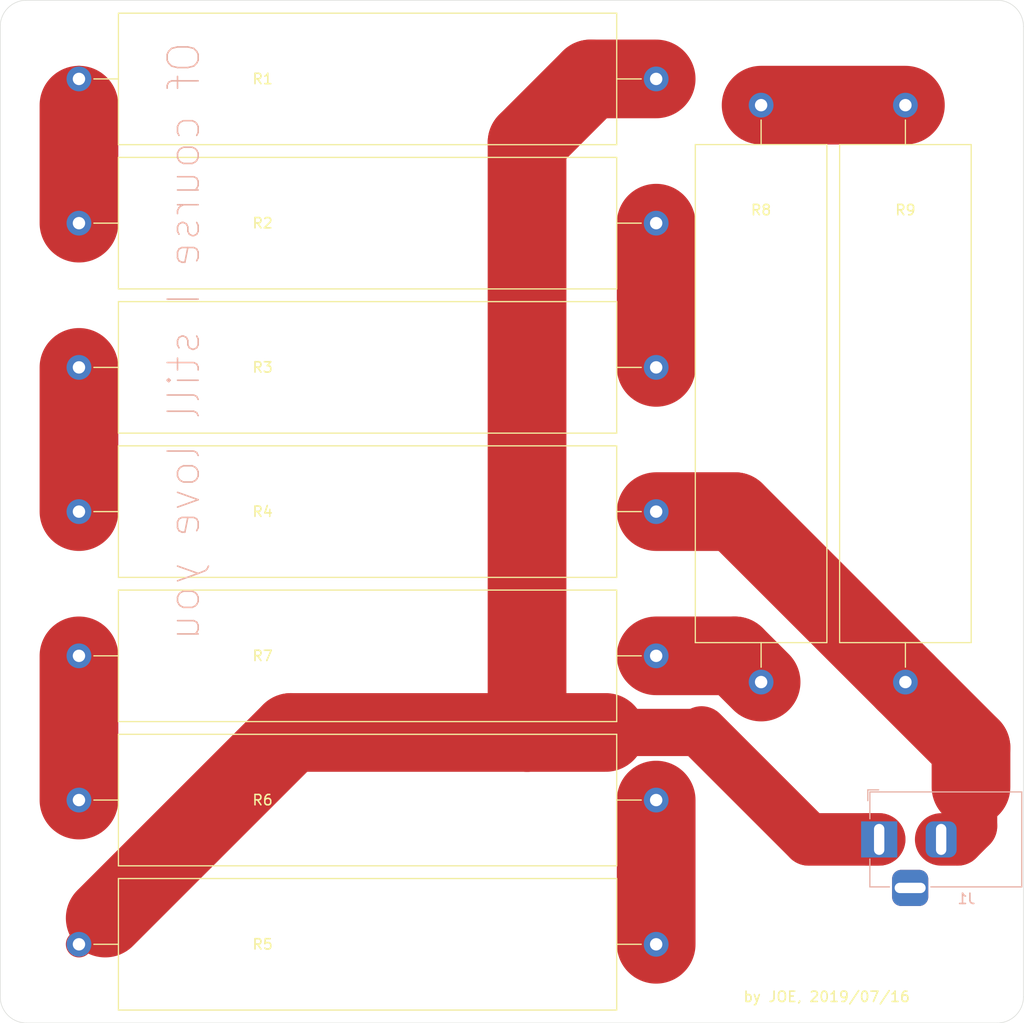
<source format=kicad_pcb>
(kicad_pcb (version 20171130) (host pcbnew "(5.1.2)-2")

  (general
    (thickness 1.6)
    (drawings 10)
    (tracks 27)
    (zones 0)
    (modules 14)
    (nets 11)
  )

  (page A4)
  (layers
    (0 F.Cu signal)
    (31 B.Cu signal)
    (32 B.Adhes user)
    (33 F.Adhes user)
    (34 B.Paste user)
    (35 F.Paste user)
    (36 B.SilkS user)
    (37 F.SilkS user)
    (38 B.Mask user)
    (39 F.Mask user)
    (40 Dwgs.User user)
    (41 Cmts.User user)
    (42 Eco1.User user)
    (43 Eco2.User user)
    (44 Edge.Cuts user)
    (45 Margin user)
    (46 B.CrtYd user)
    (47 F.CrtYd user)
    (48 B.Fab user)
    (49 F.Fab user)
  )

  (setup
    (last_trace_width 0.25)
    (user_trace_width 0.2032)
    (user_trace_width 1.27)
    (user_trace_width 2.54)
    (user_trace_width 5.08)
    (user_trace_width 7.62)
    (trace_clearance 0.2)
    (zone_clearance 0.508)
    (zone_45_only no)
    (trace_min 0.2)
    (via_size 0.8)
    (via_drill 0.4)
    (via_min_size 0.4)
    (via_min_drill 0.3)
    (user_via 1.27 0.762)
    (user_via 2.54 2.032)
    (uvia_size 0.3)
    (uvia_drill 0.1)
    (uvias_allowed no)
    (uvia_min_size 0.2)
    (uvia_min_drill 0.1)
    (edge_width 0.05)
    (segment_width 0.2)
    (pcb_text_width 0.3)
    (pcb_text_size 1.5 1.5)
    (mod_edge_width 0.12)
    (mod_text_size 1 1)
    (mod_text_width 0.15)
    (pad_size 1.524 1.524)
    (pad_drill 0.762)
    (pad_to_mask_clearance 0.051)
    (solder_mask_min_width 0.25)
    (aux_axis_origin 0 0)
    (grid_origin 77.47 -76.2)
    (visible_elements 7FFFFFFF)
    (pcbplotparams
      (layerselection 0x010fc_ffffffff)
      (usegerberextensions false)
      (usegerberattributes false)
      (usegerberadvancedattributes false)
      (creategerberjobfile false)
      (excludeedgelayer true)
      (linewidth 0.100000)
      (plotframeref false)
      (viasonmask false)
      (mode 1)
      (useauxorigin false)
      (hpglpennumber 1)
      (hpglpenspeed 20)
      (hpglpendiameter 15.000000)
      (psnegative false)
      (psa4output false)
      (plotreference true)
      (plotvalue true)
      (plotinvisibletext false)
      (padsonsilk false)
      (subtractmaskfromsilk false)
      (outputformat 1)
      (mirror false)
      (drillshape 0)
      (scaleselection 1)
      (outputdirectory "gerber/"))
  )

  (net 0 "")
  (net 1 "Net-(J1-Pad1)")
  (net 2 "Net-(J1-Pad2)")
  (net 3 "Net-(J1-Pad3)")
  (net 4 "Net-(R1-Pad1)")
  (net 5 "Net-(R2-Pad1)")
  (net 6 "Net-(R3-Pad1)")
  (net 7 "Net-(R5-Pad1)")
  (net 8 "Net-(R6-Pad1)")
  (net 9 "Net-(R7-Pad1)")
  (net 10 "Net-(R8-Pad1)")

  (net_class Default "This is the default net class."
    (clearance 0.2)
    (trace_width 0.25)
    (via_dia 0.8)
    (via_drill 0.4)
    (uvia_dia 0.3)
    (uvia_drill 0.1)
    (add_net "Net-(J1-Pad1)")
    (add_net "Net-(J1-Pad2)")
    (add_net "Net-(J1-Pad3)")
    (add_net "Net-(R1-Pad1)")
    (add_net "Net-(R2-Pad1)")
    (add_net "Net-(R3-Pad1)")
    (add_net "Net-(R5-Pad1)")
    (add_net "Net-(R6-Pad1)")
    (add_net "Net-(R7-Pad1)")
    (add_net "Net-(R8-Pad1)")
  )

  (net_class POWER ""
    (clearance 0.2)
    (trace_width 1.27)
    (via_dia 1.27)
    (via_drill 0.762)
    (uvia_dia 0.3)
    (uvia_drill 0.1)
  )

  (module MountingHole:MountingHole_3.2mm_M3 (layer F.Cu) (tedit 56D1B4CB) (tstamp 5D2D7125)
    (at 172.72 -80.01)
    (descr "Mounting Hole 3.2mm, no annular, M3")
    (tags "mounting hole 3.2mm no annular m3")
    (attr virtual)
    (fp_text reference REF** (at 0 -4.2) (layer F.SilkS) hide
      (effects (font (size 1 1) (thickness 0.15)))
    )
    (fp_text value MountingHole_3.2mm_M3 (at 0 4.2) (layer F.Fab) hide
      (effects (font (size 1 1) (thickness 0.15)))
    )
    (fp_circle (center 0 0) (end 3.45 0) (layer F.CrtYd) (width 0.05))
    (fp_circle (center 0 0) (end 3.2 0) (layer Cmts.User) (width 0.15))
    (fp_text user %R (at 0.3 0) (layer F.Fab)
      (effects (font (size 1 1) (thickness 0.15)))
    )
    (pad 1 np_thru_hole circle (at 0 0) (size 3.2 3.2) (drill 3.2) (layers *.Cu *.Mask))
  )

  (module MountingHole:MountingHole_3.2mm_M3 (layer F.Cu) (tedit 56D1B4CB) (tstamp 5D2D6F8B)
    (at 81.28 -80.01)
    (descr "Mounting Hole 3.2mm, no annular, M3")
    (tags "mounting hole 3.2mm no annular m3")
    (attr virtual)
    (fp_text reference REF** (at 0 -4.2) (layer F.SilkS) hide
      (effects (font (size 1 1) (thickness 0.15)))
    )
    (fp_text value MountingHole_3.2mm_M3 (at 0 4.2) (layer F.Fab) hide
      (effects (font (size 1 1) (thickness 0.15)))
    )
    (fp_circle (center 0 0) (end 3.45 0) (layer F.CrtYd) (width 0.05))
    (fp_circle (center 0 0) (end 3.2 0) (layer Cmts.User) (width 0.15))
    (fp_text user %R (at 0.3 0) (layer F.Fab)
      (effects (font (size 1 1) (thickness 0.15)))
    )
    (pad 1 np_thru_hole circle (at 0 0) (size 3.2 3.2) (drill 3.2) (layers *.Cu *.Mask))
  )

  (module MountingHole:MountingHole_3.2mm_M3 (layer F.Cu) (tedit 56D1B4CB) (tstamp 5D2D6F75)
    (at 172.72 -171.45)
    (descr "Mounting Hole 3.2mm, no annular, M3")
    (tags "mounting hole 3.2mm no annular m3")
    (attr virtual)
    (fp_text reference REF** (at 0 -4.2) (layer F.SilkS) hide
      (effects (font (size 1 1) (thickness 0.15)))
    )
    (fp_text value MountingHole_3.2mm_M3 (at 0 4.2) (layer F.Fab) hide
      (effects (font (size 1 1) (thickness 0.15)))
    )
    (fp_circle (center 0 0) (end 3.45 0) (layer F.CrtYd) (width 0.05))
    (fp_circle (center 0 0) (end 3.2 0) (layer Cmts.User) (width 0.15))
    (fp_text user %R (at 0.3 0) (layer F.Fab)
      (effects (font (size 1 1) (thickness 0.15)))
    )
    (pad 1 np_thru_hole circle (at 0 0) (size 3.2 3.2) (drill 3.2) (layers *.Cu *.Mask))
  )

  (module MountingHole:MountingHole_3.2mm_M3 (layer F.Cu) (tedit 56D1B4CB) (tstamp 5D2D6DCD)
    (at 81.28 -171.45)
    (descr "Mounting Hole 3.2mm, no annular, M3")
    (tags "mounting hole 3.2mm no annular m3")
    (attr virtual)
    (fp_text reference REF** (at 0 -4.2) (layer F.SilkS) hide
      (effects (font (size 1 1) (thickness 0.15)))
    )
    (fp_text value MountingHole_3.2mm_M3 (at 0 4.2) (layer F.Fab) hide
      (effects (font (size 1 1) (thickness 0.15)))
    )
    (fp_circle (center 0 0) (end 3.45 0) (layer F.CrtYd) (width 0.05))
    (fp_circle (center 0 0) (end 3.2 0) (layer Cmts.User) (width 0.15))
    (fp_text user %R (at 0.3 0) (layer F.Fab)
      (effects (font (size 1 1) (thickness 0.15)))
    )
    (pad 1 np_thru_hole circle (at 0 0) (size 3.2 3.2) (drill 3.2) (layers *.Cu *.Mask))
  )

  (module Connector_BarrelJack:BarrelJack_Horizontal (layer B.Cu) (tedit 5A1DBF6A) (tstamp 5D2D60AC)
    (at 162.56 -93.98 180)
    (descr "DC Barrel Jack")
    (tags "Power Jack")
    (path /5D2D5159)
    (fp_text reference J1 (at -8.45 -5.75) (layer B.SilkS)
      (effects (font (size 1 1) (thickness 0.15)) (justify mirror))
    )
    (fp_text value Barrel_Jack_Switch (at -6.2 5.5) (layer B.Fab)
      (effects (font (size 1 1) (thickness 0.15)) (justify mirror))
    )
    (fp_text user %R (at -3 2.95) (layer B.Fab)
      (effects (font (size 1 1) (thickness 0.15)) (justify mirror))
    )
    (fp_line (start -0.003213 4.505425) (end 0.8 3.75) (layer B.Fab) (width 0.1))
    (fp_line (start 1.1 3.75) (end 1.1 4.8) (layer B.SilkS) (width 0.12))
    (fp_line (start 0.05 4.8) (end 1.1 4.8) (layer B.SilkS) (width 0.12))
    (fp_line (start 1 4.5) (end 1 4.75) (layer B.CrtYd) (width 0.05))
    (fp_line (start 1 4.75) (end -14 4.75) (layer B.CrtYd) (width 0.05))
    (fp_line (start 1 4.5) (end 1 2) (layer B.CrtYd) (width 0.05))
    (fp_line (start 1 2) (end 2 2) (layer B.CrtYd) (width 0.05))
    (fp_line (start 2 2) (end 2 -2) (layer B.CrtYd) (width 0.05))
    (fp_line (start 2 -2) (end 1 -2) (layer B.CrtYd) (width 0.05))
    (fp_line (start 1 -2) (end 1 -4.75) (layer B.CrtYd) (width 0.05))
    (fp_line (start 1 -4.75) (end -1 -4.75) (layer B.CrtYd) (width 0.05))
    (fp_line (start -1 -4.75) (end -1 -6.75) (layer B.CrtYd) (width 0.05))
    (fp_line (start -1 -6.75) (end -5 -6.75) (layer B.CrtYd) (width 0.05))
    (fp_line (start -5 -6.75) (end -5 -4.75) (layer B.CrtYd) (width 0.05))
    (fp_line (start -5 -4.75) (end -14 -4.75) (layer B.CrtYd) (width 0.05))
    (fp_line (start -14 -4.75) (end -14 4.75) (layer B.CrtYd) (width 0.05))
    (fp_line (start -5 -4.6) (end -13.8 -4.6) (layer B.SilkS) (width 0.12))
    (fp_line (start -13.8 -4.6) (end -13.8 4.6) (layer B.SilkS) (width 0.12))
    (fp_line (start 0.9 -1.9) (end 0.9 -4.6) (layer B.SilkS) (width 0.12))
    (fp_line (start 0.9 -4.6) (end -1 -4.6) (layer B.SilkS) (width 0.12))
    (fp_line (start -13.8 4.6) (end 0.9 4.6) (layer B.SilkS) (width 0.12))
    (fp_line (start 0.9 4.6) (end 0.9 2) (layer B.SilkS) (width 0.12))
    (fp_line (start -10.2 4.5) (end -10.2 -4.5) (layer B.Fab) (width 0.1))
    (fp_line (start -13.7 4.5) (end -13.7 -4.5) (layer B.Fab) (width 0.1))
    (fp_line (start -13.7 -4.5) (end 0.8 -4.5) (layer B.Fab) (width 0.1))
    (fp_line (start 0.8 -4.5) (end 0.8 3.75) (layer B.Fab) (width 0.1))
    (fp_line (start 0 4.5) (end -13.7 4.5) (layer B.Fab) (width 0.1))
    (pad 1 thru_hole rect (at 0 0 180) (size 3.5 3.5) (drill oval 1 3) (layers *.Cu *.Mask)
      (net 1 "Net-(J1-Pad1)"))
    (pad 2 thru_hole roundrect (at -6 0 180) (size 3 3.5) (drill oval 1 3) (layers *.Cu *.Mask) (roundrect_rratio 0.25)
      (net 2 "Net-(J1-Pad2)"))
    (pad 3 thru_hole roundrect (at -3 -4.7 180) (size 3.5 3.5) (drill oval 3 1) (layers *.Cu *.Mask) (roundrect_rratio 0.25)
      (net 3 "Net-(J1-Pad3)"))
    (model ${KISYS3DMOD}/Connector_BarrelJack.3dshapes/BarrelJack_Horizontal.wrl
      (at (xyz 0 0 0))
      (scale (xyz 1 1 1))
      (rotate (xyz 0 0 0))
    )
  )

  (module Resistor_THT:R_Axial_Power_L48.0mm_W12.5mm_P55.88mm (layer F.Cu) (tedit 5AE5139B) (tstamp 5D2D60C3)
    (at 85.09 -167.64)
    (descr "Resistor, Axial_Power series, Box, pin pitch=55.88mm, 15W, length*width*height=48*12.5*12.5mm^3, http://cdn-reichelt.de/documents/datenblatt/B400/5WAXIAL_9WAXIAL_11WAXIAL_17WAXIAL%23YAG.pdf")
    (tags "Resistor Axial_Power series Box pin pitch 55.88mm 15W length 48mm width 12.5mm height 12.5mm")
    (path /5D2D6F48)
    (fp_text reference R1 (at 17.78 0) (layer F.SilkS)
      (effects (font (size 1 1) (thickness 0.15)))
    )
    (fp_text value 3R (at 20.32 0) (layer F.Fab)
      (effects (font (size 1 1) (thickness 0.15)))
    )
    (fp_line (start 3.94 -6.25) (end 3.94 6.25) (layer F.Fab) (width 0.1))
    (fp_line (start 3.94 6.25) (end 51.94 6.25) (layer F.Fab) (width 0.1))
    (fp_line (start 51.94 6.25) (end 51.94 -6.25) (layer F.Fab) (width 0.1))
    (fp_line (start 51.94 -6.25) (end 3.94 -6.25) (layer F.Fab) (width 0.1))
    (fp_line (start 0 0) (end 3.94 0) (layer F.Fab) (width 0.1))
    (fp_line (start 55.88 0) (end 51.94 0) (layer F.Fab) (width 0.1))
    (fp_line (start 3.82 -6.37) (end 3.82 6.37) (layer F.SilkS) (width 0.12))
    (fp_line (start 3.82 6.37) (end 52.06 6.37) (layer F.SilkS) (width 0.12))
    (fp_line (start 52.06 6.37) (end 52.06 -6.37) (layer F.SilkS) (width 0.12))
    (fp_line (start 52.06 -6.37) (end 3.82 -6.37) (layer F.SilkS) (width 0.12))
    (fp_line (start 1.44 0) (end 3.82 0) (layer F.SilkS) (width 0.12))
    (fp_line (start 54.44 0) (end 52.06 0) (layer F.SilkS) (width 0.12))
    (fp_line (start -1.45 -6.5) (end -1.45 6.5) (layer F.CrtYd) (width 0.05))
    (fp_line (start -1.45 6.5) (end 57.33 6.5) (layer F.CrtYd) (width 0.05))
    (fp_line (start 57.33 6.5) (end 57.33 -6.5) (layer F.CrtYd) (width 0.05))
    (fp_line (start 57.33 -6.5) (end -1.45 -6.5) (layer F.CrtYd) (width 0.05))
    (fp_text user %R (at 27.94 0) (layer F.Fab)
      (effects (font (size 1 1) (thickness 0.15)))
    )
    (pad 1 thru_hole circle (at 0 0) (size 2.4 2.4) (drill 1.2) (layers *.Cu *.Mask)
      (net 4 "Net-(R1-Pad1)"))
    (pad 2 thru_hole oval (at 55.88 0) (size 2.4 2.4) (drill 1.2) (layers *.Cu *.Mask)
      (net 1 "Net-(J1-Pad1)"))
    (model ${KISYS3DMOD}/Resistor_THT.3dshapes/R_Axial_Power_L48.0mm_W12.5mm_P55.88mm.wrl
      (at (xyz 0 0 0))
      (scale (xyz 1 1 1))
      (rotate (xyz 0 0 0))
    )
  )

  (module Resistor_THT:R_Axial_Power_L48.0mm_W12.5mm_P55.88mm (layer F.Cu) (tedit 5AE5139B) (tstamp 5D2D60DA)
    (at 140.97 -153.67 180)
    (descr "Resistor, Axial_Power series, Box, pin pitch=55.88mm, 15W, length*width*height=48*12.5*12.5mm^3, http://cdn-reichelt.de/documents/datenblatt/B400/5WAXIAL_9WAXIAL_11WAXIAL_17WAXIAL%23YAG.pdf")
    (tags "Resistor Axial_Power series Box pin pitch 55.88mm 15W length 48mm width 12.5mm height 12.5mm")
    (path /5D2D7F37)
    (fp_text reference R2 (at 38.1 0) (layer F.SilkS)
      (effects (font (size 1 1) (thickness 0.15)))
    )
    (fp_text value 3R (at 35.56 0) (layer F.Fab)
      (effects (font (size 1 1) (thickness 0.15)))
    )
    (fp_text user %R (at 27.94 0) (layer F.Fab)
      (effects (font (size 1 1) (thickness 0.15)))
    )
    (fp_line (start 57.33 -6.5) (end -1.45 -6.5) (layer F.CrtYd) (width 0.05))
    (fp_line (start 57.33 6.5) (end 57.33 -6.5) (layer F.CrtYd) (width 0.05))
    (fp_line (start -1.45 6.5) (end 57.33 6.5) (layer F.CrtYd) (width 0.05))
    (fp_line (start -1.45 -6.5) (end -1.45 6.5) (layer F.CrtYd) (width 0.05))
    (fp_line (start 54.44 0) (end 52.06 0) (layer F.SilkS) (width 0.12))
    (fp_line (start 1.44 0) (end 3.82 0) (layer F.SilkS) (width 0.12))
    (fp_line (start 52.06 -6.37) (end 3.82 -6.37) (layer F.SilkS) (width 0.12))
    (fp_line (start 52.06 6.37) (end 52.06 -6.37) (layer F.SilkS) (width 0.12))
    (fp_line (start 3.82 6.37) (end 52.06 6.37) (layer F.SilkS) (width 0.12))
    (fp_line (start 3.82 -6.37) (end 3.82 6.37) (layer F.SilkS) (width 0.12))
    (fp_line (start 55.88 0) (end 51.94 0) (layer F.Fab) (width 0.1))
    (fp_line (start 0 0) (end 3.94 0) (layer F.Fab) (width 0.1))
    (fp_line (start 51.94 -6.25) (end 3.94 -6.25) (layer F.Fab) (width 0.1))
    (fp_line (start 51.94 6.25) (end 51.94 -6.25) (layer F.Fab) (width 0.1))
    (fp_line (start 3.94 6.25) (end 51.94 6.25) (layer F.Fab) (width 0.1))
    (fp_line (start 3.94 -6.25) (end 3.94 6.25) (layer F.Fab) (width 0.1))
    (pad 2 thru_hole oval (at 55.88 0 180) (size 2.4 2.4) (drill 1.2) (layers *.Cu *.Mask)
      (net 4 "Net-(R1-Pad1)"))
    (pad 1 thru_hole circle (at 0 0 180) (size 2.4 2.4) (drill 1.2) (layers *.Cu *.Mask)
      (net 5 "Net-(R2-Pad1)"))
    (model ${KISYS3DMOD}/Resistor_THT.3dshapes/R_Axial_Power_L48.0mm_W12.5mm_P55.88mm.wrl
      (at (xyz 0 0 0))
      (scale (xyz 1 1 1))
      (rotate (xyz 0 0 0))
    )
  )

  (module Resistor_THT:R_Axial_Power_L48.0mm_W12.5mm_P55.88mm (layer F.Cu) (tedit 5AE5139B) (tstamp 5D2D72FE)
    (at 85.09 -139.7)
    (descr "Resistor, Axial_Power series, Box, pin pitch=55.88mm, 15W, length*width*height=48*12.5*12.5mm^3, http://cdn-reichelt.de/documents/datenblatt/B400/5WAXIAL_9WAXIAL_11WAXIAL_17WAXIAL%23YAG.pdf")
    (tags "Resistor Axial_Power series Box pin pitch 55.88mm 15W length 48mm width 12.5mm height 12.5mm")
    (path /5D2D82CA)
    (fp_text reference R3 (at 17.78 0) (layer F.SilkS)
      (effects (font (size 1 1) (thickness 0.15)))
    )
    (fp_text value 3R (at 20.32 0) (layer F.Fab)
      (effects (font (size 1 1) (thickness 0.15)))
    )
    (fp_line (start 3.94 -6.25) (end 3.94 6.25) (layer F.Fab) (width 0.1))
    (fp_line (start 3.94 6.25) (end 51.94 6.25) (layer F.Fab) (width 0.1))
    (fp_line (start 51.94 6.25) (end 51.94 -6.25) (layer F.Fab) (width 0.1))
    (fp_line (start 51.94 -6.25) (end 3.94 -6.25) (layer F.Fab) (width 0.1))
    (fp_line (start 0 0) (end 3.94 0) (layer F.Fab) (width 0.1))
    (fp_line (start 55.88 0) (end 51.94 0) (layer F.Fab) (width 0.1))
    (fp_line (start 3.82 -6.37) (end 3.82 6.37) (layer F.SilkS) (width 0.12))
    (fp_line (start 3.82 6.37) (end 52.06 6.37) (layer F.SilkS) (width 0.12))
    (fp_line (start 52.06 6.37) (end 52.06 -6.37) (layer F.SilkS) (width 0.12))
    (fp_line (start 52.06 -6.37) (end 3.82 -6.37) (layer F.SilkS) (width 0.12))
    (fp_line (start 1.44 0) (end 3.82 0) (layer F.SilkS) (width 0.12))
    (fp_line (start 54.44 0) (end 52.06 0) (layer F.SilkS) (width 0.12))
    (fp_line (start -1.45 -6.5) (end -1.45 6.5) (layer F.CrtYd) (width 0.05))
    (fp_line (start -1.45 6.5) (end 57.33 6.5) (layer F.CrtYd) (width 0.05))
    (fp_line (start 57.33 6.5) (end 57.33 -6.5) (layer F.CrtYd) (width 0.05))
    (fp_line (start 57.33 -6.5) (end -1.45 -6.5) (layer F.CrtYd) (width 0.05))
    (fp_text user %R (at 27.94 0) (layer F.Fab)
      (effects (font (size 1 1) (thickness 0.15)))
    )
    (pad 1 thru_hole circle (at 0 0) (size 2.4 2.4) (drill 1.2) (layers *.Cu *.Mask)
      (net 6 "Net-(R3-Pad1)"))
    (pad 2 thru_hole oval (at 55.88 0) (size 2.4 2.4) (drill 1.2) (layers *.Cu *.Mask)
      (net 5 "Net-(R2-Pad1)"))
    (model ${KISYS3DMOD}/Resistor_THT.3dshapes/R_Axial_Power_L48.0mm_W12.5mm_P55.88mm.wrl
      (at (xyz 0 0 0))
      (scale (xyz 1 1 1))
      (rotate (xyz 0 0 0))
    )
  )

  (module Resistor_THT:R_Axial_Power_L48.0mm_W12.5mm_P55.88mm (layer F.Cu) (tedit 5AE5139B) (tstamp 5D2D6108)
    (at 140.97 -125.73 180)
    (descr "Resistor, Axial_Power series, Box, pin pitch=55.88mm, 15W, length*width*height=48*12.5*12.5mm^3, http://cdn-reichelt.de/documents/datenblatt/B400/5WAXIAL_9WAXIAL_11WAXIAL_17WAXIAL%23YAG.pdf")
    (tags "Resistor Axial_Power series Box pin pitch 55.88mm 15W length 48mm width 12.5mm height 12.5mm")
    (path /5D2D8573)
    (fp_text reference R4 (at 38.1 0) (layer F.SilkS)
      (effects (font (size 1 1) (thickness 0.15)))
    )
    (fp_text value 3R (at 35.56 0) (layer F.Fab)
      (effects (font (size 1 1) (thickness 0.15)))
    )
    (fp_text user %R (at 27.94 0) (layer F.Fab)
      (effects (font (size 1 1) (thickness 0.15)))
    )
    (fp_line (start 57.33 -6.5) (end -1.45 -6.5) (layer F.CrtYd) (width 0.05))
    (fp_line (start 57.33 6.5) (end 57.33 -6.5) (layer F.CrtYd) (width 0.05))
    (fp_line (start -1.45 6.5) (end 57.33 6.5) (layer F.CrtYd) (width 0.05))
    (fp_line (start -1.45 -6.5) (end -1.45 6.5) (layer F.CrtYd) (width 0.05))
    (fp_line (start 54.44 0) (end 52.06 0) (layer F.SilkS) (width 0.12))
    (fp_line (start 1.44 0) (end 3.82 0) (layer F.SilkS) (width 0.12))
    (fp_line (start 52.06 -6.37) (end 3.82 -6.37) (layer F.SilkS) (width 0.12))
    (fp_line (start 52.06 6.37) (end 52.06 -6.37) (layer F.SilkS) (width 0.12))
    (fp_line (start 3.82 6.37) (end 52.06 6.37) (layer F.SilkS) (width 0.12))
    (fp_line (start 3.82 -6.37) (end 3.82 6.37) (layer F.SilkS) (width 0.12))
    (fp_line (start 55.88 0) (end 51.94 0) (layer F.Fab) (width 0.1))
    (fp_line (start 0 0) (end 3.94 0) (layer F.Fab) (width 0.1))
    (fp_line (start 51.94 -6.25) (end 3.94 -6.25) (layer F.Fab) (width 0.1))
    (fp_line (start 51.94 6.25) (end 51.94 -6.25) (layer F.Fab) (width 0.1))
    (fp_line (start 3.94 6.25) (end 51.94 6.25) (layer F.Fab) (width 0.1))
    (fp_line (start 3.94 -6.25) (end 3.94 6.25) (layer F.Fab) (width 0.1))
    (pad 2 thru_hole oval (at 55.88 0 180) (size 2.4 2.4) (drill 1.2) (layers *.Cu *.Mask)
      (net 6 "Net-(R3-Pad1)"))
    (pad 1 thru_hole circle (at 0 0 180) (size 2.4 2.4) (drill 1.2) (layers *.Cu *.Mask)
      (net 2 "Net-(J1-Pad2)"))
    (model ${KISYS3DMOD}/Resistor_THT.3dshapes/R_Axial_Power_L48.0mm_W12.5mm_P55.88mm.wrl
      (at (xyz 0 0 0))
      (scale (xyz 1 1 1))
      (rotate (xyz 0 0 0))
    )
  )

  (module Resistor_THT:R_Axial_Power_L48.0mm_W12.5mm_P55.88mm (layer F.Cu) (tedit 5AE5139B) (tstamp 5D2D611F)
    (at 140.97 -83.82 180)
    (descr "Resistor, Axial_Power series, Box, pin pitch=55.88mm, 15W, length*width*height=48*12.5*12.5mm^3, http://cdn-reichelt.de/documents/datenblatt/B400/5WAXIAL_9WAXIAL_11WAXIAL_17WAXIAL%23YAG.pdf")
    (tags "Resistor Axial_Power series Box pin pitch 55.88mm 15W length 48mm width 12.5mm height 12.5mm")
    (path /5D2D8780)
    (fp_text reference R5 (at 38.1 0) (layer F.SilkS)
      (effects (font (size 1 1) (thickness 0.15)))
    )
    (fp_text value 2R2 (at 35.56 0) (layer F.Fab)
      (effects (font (size 1 1) (thickness 0.15)))
    )
    (fp_line (start 3.94 -6.25) (end 3.94 6.25) (layer F.Fab) (width 0.1))
    (fp_line (start 3.94 6.25) (end 51.94 6.25) (layer F.Fab) (width 0.1))
    (fp_line (start 51.94 6.25) (end 51.94 -6.25) (layer F.Fab) (width 0.1))
    (fp_line (start 51.94 -6.25) (end 3.94 -6.25) (layer F.Fab) (width 0.1))
    (fp_line (start 0 0) (end 3.94 0) (layer F.Fab) (width 0.1))
    (fp_line (start 55.88 0) (end 51.94 0) (layer F.Fab) (width 0.1))
    (fp_line (start 3.82 -6.37) (end 3.82 6.37) (layer F.SilkS) (width 0.12))
    (fp_line (start 3.82 6.37) (end 52.06 6.37) (layer F.SilkS) (width 0.12))
    (fp_line (start 52.06 6.37) (end 52.06 -6.37) (layer F.SilkS) (width 0.12))
    (fp_line (start 52.06 -6.37) (end 3.82 -6.37) (layer F.SilkS) (width 0.12))
    (fp_line (start 1.44 0) (end 3.82 0) (layer F.SilkS) (width 0.12))
    (fp_line (start 54.44 0) (end 52.06 0) (layer F.SilkS) (width 0.12))
    (fp_line (start -1.45 -6.5) (end -1.45 6.5) (layer F.CrtYd) (width 0.05))
    (fp_line (start -1.45 6.5) (end 57.33 6.5) (layer F.CrtYd) (width 0.05))
    (fp_line (start 57.33 6.5) (end 57.33 -6.5) (layer F.CrtYd) (width 0.05))
    (fp_line (start 57.33 -6.5) (end -1.45 -6.5) (layer F.CrtYd) (width 0.05))
    (fp_text user %R (at 27.94 0) (layer F.Fab)
      (effects (font (size 1 1) (thickness 0.15)))
    )
    (pad 1 thru_hole circle (at 0 0 180) (size 2.4 2.4) (drill 1.2) (layers *.Cu *.Mask)
      (net 7 "Net-(R5-Pad1)"))
    (pad 2 thru_hole oval (at 55.88 0 180) (size 2.4 2.4) (drill 1.2) (layers *.Cu *.Mask)
      (net 1 "Net-(J1-Pad1)"))
    (model ${KISYS3DMOD}/Resistor_THT.3dshapes/R_Axial_Power_L48.0mm_W12.5mm_P55.88mm.wrl
      (at (xyz 0 0 0))
      (scale (xyz 1 1 1))
      (rotate (xyz 0 0 0))
    )
  )

  (module Resistor_THT:R_Axial_Power_L48.0mm_W12.5mm_P55.88mm (layer F.Cu) (tedit 5AE5139B) (tstamp 5D2D6136)
    (at 85.09 -97.79)
    (descr "Resistor, Axial_Power series, Box, pin pitch=55.88mm, 15W, length*width*height=48*12.5*12.5mm^3, http://cdn-reichelt.de/documents/datenblatt/B400/5WAXIAL_9WAXIAL_11WAXIAL_17WAXIAL%23YAG.pdf")
    (tags "Resistor Axial_Power series Box pin pitch 55.88mm 15W length 48mm width 12.5mm height 12.5mm")
    (path /5D2D898F)
    (fp_text reference R6 (at 17.78 0) (layer F.SilkS)
      (effects (font (size 1 1) (thickness 0.15)))
    )
    (fp_text value 2R2 (at 20.32 0) (layer F.Fab)
      (effects (font (size 1 1) (thickness 0.15)))
    )
    (fp_text user %R (at 27.94 0) (layer F.Fab)
      (effects (font (size 1 1) (thickness 0.15)))
    )
    (fp_line (start 57.33 -6.5) (end -1.45 -6.5) (layer F.CrtYd) (width 0.05))
    (fp_line (start 57.33 6.5) (end 57.33 -6.5) (layer F.CrtYd) (width 0.05))
    (fp_line (start -1.45 6.5) (end 57.33 6.5) (layer F.CrtYd) (width 0.05))
    (fp_line (start -1.45 -6.5) (end -1.45 6.5) (layer F.CrtYd) (width 0.05))
    (fp_line (start 54.44 0) (end 52.06 0) (layer F.SilkS) (width 0.12))
    (fp_line (start 1.44 0) (end 3.82 0) (layer F.SilkS) (width 0.12))
    (fp_line (start 52.06 -6.37) (end 3.82 -6.37) (layer F.SilkS) (width 0.12))
    (fp_line (start 52.06 6.37) (end 52.06 -6.37) (layer F.SilkS) (width 0.12))
    (fp_line (start 3.82 6.37) (end 52.06 6.37) (layer F.SilkS) (width 0.12))
    (fp_line (start 3.82 -6.37) (end 3.82 6.37) (layer F.SilkS) (width 0.12))
    (fp_line (start 55.88 0) (end 51.94 0) (layer F.Fab) (width 0.1))
    (fp_line (start 0 0) (end 3.94 0) (layer F.Fab) (width 0.1))
    (fp_line (start 51.94 -6.25) (end 3.94 -6.25) (layer F.Fab) (width 0.1))
    (fp_line (start 51.94 6.25) (end 51.94 -6.25) (layer F.Fab) (width 0.1))
    (fp_line (start 3.94 6.25) (end 51.94 6.25) (layer F.Fab) (width 0.1))
    (fp_line (start 3.94 -6.25) (end 3.94 6.25) (layer F.Fab) (width 0.1))
    (pad 2 thru_hole oval (at 55.88 0) (size 2.4 2.4) (drill 1.2) (layers *.Cu *.Mask)
      (net 7 "Net-(R5-Pad1)"))
    (pad 1 thru_hole circle (at 0 0) (size 2.4 2.4) (drill 1.2) (layers *.Cu *.Mask)
      (net 8 "Net-(R6-Pad1)"))
    (model ${KISYS3DMOD}/Resistor_THT.3dshapes/R_Axial_Power_L48.0mm_W12.5mm_P55.88mm.wrl
      (at (xyz 0 0 0))
      (scale (xyz 1 1 1))
      (rotate (xyz 0 0 0))
    )
  )

  (module Resistor_THT:R_Axial_Power_L48.0mm_W12.5mm_P55.88mm (layer F.Cu) (tedit 5AE5139B) (tstamp 5D2D6904)
    (at 140.97 -111.76 180)
    (descr "Resistor, Axial_Power series, Box, pin pitch=55.88mm, 15W, length*width*height=48*12.5*12.5mm^3, http://cdn-reichelt.de/documents/datenblatt/B400/5WAXIAL_9WAXIAL_11WAXIAL_17WAXIAL%23YAG.pdf")
    (tags "Resistor Axial_Power series Box pin pitch 55.88mm 15W length 48mm width 12.5mm height 12.5mm")
    (path /5D2D8DDE)
    (fp_text reference R7 (at 38.1 0) (layer F.SilkS)
      (effects (font (size 1 1) (thickness 0.15)))
    )
    (fp_text value 2R2 (at 35.56 0) (layer F.Fab)
      (effects (font (size 1 1) (thickness 0.15)))
    )
    (fp_line (start 3.94 -6.25) (end 3.94 6.25) (layer F.Fab) (width 0.1))
    (fp_line (start 3.94 6.25) (end 51.94 6.25) (layer F.Fab) (width 0.1))
    (fp_line (start 51.94 6.25) (end 51.94 -6.25) (layer F.Fab) (width 0.1))
    (fp_line (start 51.94 -6.25) (end 3.94 -6.25) (layer F.Fab) (width 0.1))
    (fp_line (start 0 0) (end 3.94 0) (layer F.Fab) (width 0.1))
    (fp_line (start 55.88 0) (end 51.94 0) (layer F.Fab) (width 0.1))
    (fp_line (start 3.82 -6.37) (end 3.82 6.37) (layer F.SilkS) (width 0.12))
    (fp_line (start 3.82 6.37) (end 52.06 6.37) (layer F.SilkS) (width 0.12))
    (fp_line (start 52.06 6.37) (end 52.06 -6.37) (layer F.SilkS) (width 0.12))
    (fp_line (start 52.06 -6.37) (end 3.82 -6.37) (layer F.SilkS) (width 0.12))
    (fp_line (start 1.44 0) (end 3.82 0) (layer F.SilkS) (width 0.12))
    (fp_line (start 54.44 0) (end 52.06 0) (layer F.SilkS) (width 0.12))
    (fp_line (start -1.45 -6.5) (end -1.45 6.5) (layer F.CrtYd) (width 0.05))
    (fp_line (start -1.45 6.5) (end 57.33 6.5) (layer F.CrtYd) (width 0.05))
    (fp_line (start 57.33 6.5) (end 57.33 -6.5) (layer F.CrtYd) (width 0.05))
    (fp_line (start 57.33 -6.5) (end -1.45 -6.5) (layer F.CrtYd) (width 0.05))
    (fp_text user %R (at 27.94 0) (layer F.Fab)
      (effects (font (size 1 1) (thickness 0.15)))
    )
    (pad 1 thru_hole circle (at 0 0 180) (size 2.4 2.4) (drill 1.2) (layers *.Cu *.Mask)
      (net 9 "Net-(R7-Pad1)"))
    (pad 2 thru_hole oval (at 55.88 0 180) (size 2.4 2.4) (drill 1.2) (layers *.Cu *.Mask)
      (net 8 "Net-(R6-Pad1)"))
    (model ${KISYS3DMOD}/Resistor_THT.3dshapes/R_Axial_Power_L48.0mm_W12.5mm_P55.88mm.wrl
      (at (xyz 0 0 0))
      (scale (xyz 1 1 1))
      (rotate (xyz 0 0 0))
    )
  )

  (module Resistor_THT:R_Axial_Power_L48.0mm_W12.5mm_P55.88mm (layer F.Cu) (tedit 5AE5139B) (tstamp 5D2D7561)
    (at 151.13 -165.1 270)
    (descr "Resistor, Axial_Power series, Box, pin pitch=55.88mm, 15W, length*width*height=48*12.5*12.5mm^3, http://cdn-reichelt.de/documents/datenblatt/B400/5WAXIAL_9WAXIAL_11WAXIAL_17WAXIAL%23YAG.pdf")
    (tags "Resistor Axial_Power series Box pin pitch 55.88mm 15W length 48mm width 12.5mm height 12.5mm")
    (path /5D2D905D)
    (fp_text reference R8 (at 10.16 0 180) (layer F.SilkS)
      (effects (font (size 1 1) (thickness 0.15)))
    )
    (fp_text value 2R7 (at 12.7 0 180) (layer F.Fab)
      (effects (font (size 1 1) (thickness 0.15)))
    )
    (fp_text user %R (at 19.05 0 180) (layer F.Fab)
      (effects (font (size 1 1) (thickness 0.15)))
    )
    (fp_line (start 57.33 -6.5) (end -1.45 -6.5) (layer F.CrtYd) (width 0.05))
    (fp_line (start 57.33 6.5) (end 57.33 -6.5) (layer F.CrtYd) (width 0.05))
    (fp_line (start -1.45 6.5) (end 57.33 6.5) (layer F.CrtYd) (width 0.05))
    (fp_line (start -1.45 -6.5) (end -1.45 6.5) (layer F.CrtYd) (width 0.05))
    (fp_line (start 54.44 0) (end 52.06 0) (layer F.SilkS) (width 0.12))
    (fp_line (start 1.44 0) (end 3.82 0) (layer F.SilkS) (width 0.12))
    (fp_line (start 52.06 -6.37) (end 3.82 -6.37) (layer F.SilkS) (width 0.12))
    (fp_line (start 52.06 6.37) (end 52.06 -6.37) (layer F.SilkS) (width 0.12))
    (fp_line (start 3.82 6.37) (end 52.06 6.37) (layer F.SilkS) (width 0.12))
    (fp_line (start 3.82 -6.37) (end 3.82 6.37) (layer F.SilkS) (width 0.12))
    (fp_line (start 55.88 0) (end 51.94 0) (layer F.Fab) (width 0.1))
    (fp_line (start 0 0) (end 3.94 0) (layer F.Fab) (width 0.1))
    (fp_line (start 51.94 -6.25) (end 3.94 -6.25) (layer F.Fab) (width 0.1))
    (fp_line (start 51.94 6.25) (end 51.94 -6.25) (layer F.Fab) (width 0.1))
    (fp_line (start 3.94 6.25) (end 51.94 6.25) (layer F.Fab) (width 0.1))
    (fp_line (start 3.94 -6.25) (end 3.94 6.25) (layer F.Fab) (width 0.1))
    (pad 2 thru_hole oval (at 55.88 0 270) (size 2.4 2.4) (drill 1.2) (layers *.Cu *.Mask)
      (net 9 "Net-(R7-Pad1)"))
    (pad 1 thru_hole circle (at 0 0 270) (size 2.4 2.4) (drill 1.2) (layers *.Cu *.Mask)
      (net 10 "Net-(R8-Pad1)"))
    (model ${KISYS3DMOD}/Resistor_THT.3dshapes/R_Axial_Power_L48.0mm_W12.5mm_P55.88mm.wrl
      (at (xyz 0 0 0))
      (scale (xyz 1 1 1))
      (rotate (xyz 0 0 0))
    )
  )

  (module Resistor_THT:R_Axial_Power_L48.0mm_W12.5mm_P55.88mm (layer F.Cu) (tedit 5AE5139B) (tstamp 5D2D617B)
    (at 165.1 -109.22 90)
    (descr "Resistor, Axial_Power series, Box, pin pitch=55.88mm, 15W, length*width*height=48*12.5*12.5mm^3, http://cdn-reichelt.de/documents/datenblatt/B400/5WAXIAL_9WAXIAL_11WAXIAL_17WAXIAL%23YAG.pdf")
    (tags "Resistor Axial_Power series Box pin pitch 55.88mm 15W length 48mm width 12.5mm height 12.5mm")
    (path /5D2D93C9)
    (fp_text reference R9 (at 45.72 0 180) (layer F.SilkS)
      (effects (font (size 1 1) (thickness 0.15)))
    )
    (fp_text value 2R7 (at 43.18 0 180) (layer F.Fab)
      (effects (font (size 1 1) (thickness 0.15)))
    )
    (fp_line (start 3.94 -6.25) (end 3.94 6.25) (layer F.Fab) (width 0.1))
    (fp_line (start 3.94 6.25) (end 51.94 6.25) (layer F.Fab) (width 0.1))
    (fp_line (start 51.94 6.25) (end 51.94 -6.25) (layer F.Fab) (width 0.1))
    (fp_line (start 51.94 -6.25) (end 3.94 -6.25) (layer F.Fab) (width 0.1))
    (fp_line (start 0 0) (end 3.94 0) (layer F.Fab) (width 0.1))
    (fp_line (start 55.88 0) (end 51.94 0) (layer F.Fab) (width 0.1))
    (fp_line (start 3.82 -6.37) (end 3.82 6.37) (layer F.SilkS) (width 0.12))
    (fp_line (start 3.82 6.37) (end 52.06 6.37) (layer F.SilkS) (width 0.12))
    (fp_line (start 52.06 6.37) (end 52.06 -6.37) (layer F.SilkS) (width 0.12))
    (fp_line (start 52.06 -6.37) (end 3.82 -6.37) (layer F.SilkS) (width 0.12))
    (fp_line (start 1.44 0) (end 3.82 0) (layer F.SilkS) (width 0.12))
    (fp_line (start 54.44 0) (end 52.06 0) (layer F.SilkS) (width 0.12))
    (fp_line (start -1.45 -6.5) (end -1.45 6.5) (layer F.CrtYd) (width 0.05))
    (fp_line (start -1.45 6.5) (end 57.33 6.5) (layer F.CrtYd) (width 0.05))
    (fp_line (start 57.33 6.5) (end 57.33 -6.5) (layer F.CrtYd) (width 0.05))
    (fp_line (start 57.33 -6.5) (end -1.45 -6.5) (layer F.CrtYd) (width 0.05))
    (fp_text user %R (at 36.83 0 180) (layer F.Fab)
      (effects (font (size 1 1) (thickness 0.15)))
    )
    (pad 1 thru_hole circle (at 0 0 90) (size 2.4 2.4) (drill 1.2) (layers *.Cu *.Mask)
      (net 2 "Net-(J1-Pad2)"))
    (pad 2 thru_hole oval (at 55.88 0 90) (size 2.4 2.4) (drill 1.2) (layers *.Cu *.Mask)
      (net 10 "Net-(R8-Pad1)"))
    (model ${KISYS3DMOD}/Resistor_THT.3dshapes/R_Axial_Power_L48.0mm_W12.5mm_P55.88mm.wrl
      (at (xyz 0 0 0))
      (scale (xyz 1 1 1))
      (rotate (xyz 0 0 0))
    )
  )

  (gr_text "Of course I still love you" (at 95.25 -142.24 90) (layer B.SilkS)
    (effects (font (size 3 3) (thickness 0.15)) (justify mirror))
  )
  (gr_text "by JOE, 2019/07/16" (at 157.48 -78.74) (layer F.SilkS)
    (effects (font (size 1 1) (thickness 0.15)))
  )
  (gr_arc (start 173.99 -78.74) (end 173.99 -76.2) (angle -90) (layer Edge.Cuts) (width 0.05))
  (gr_arc (start 80.01 -78.74) (end 77.47 -78.74) (angle -90) (layer Edge.Cuts) (width 0.05))
  (gr_arc (start 173.99 -172.72) (end 176.53 -172.72) (angle -90) (layer Edge.Cuts) (width 0.05))
  (gr_arc (start 80.01 -172.72) (end 80.01 -175.26) (angle -90) (layer Edge.Cuts) (width 0.05))
  (gr_line (start 77.47 -172.72) (end 77.47 -78.74) (layer Edge.Cuts) (width 0.05) (tstamp 5D2D634D))
  (gr_line (start 173.99 -175.26) (end 80.01 -175.26) (layer Edge.Cuts) (width 0.05))
  (gr_line (start 176.53 -78.74) (end 176.53 -172.72) (layer Edge.Cuts) (width 0.05))
  (gr_line (start 80.01 -76.2) (end 173.99 -76.2) (layer Edge.Cuts) (width 0.05))

  (segment (start 85.09 -83.82) (end 86.36 -85.09) (width 2.54) (layer F.Cu) (net 1))
  (segment (start 162.56 -93.98) (end 161.29 -93.98) (width 5.08) (layer F.Cu) (net 1))
  (segment (start 145.36999 -104.34001) (end 136.09001 -104.34001) (width 4.572) (layer F.Cu) (net 1))
  (segment (start 162.56 -93.98) (end 155.73 -93.98) (width 5.08) (layer F.Cu) (net 1))
  (segment (start 155.73 -93.98) (end 145.36999 -104.34001) (width 5.08) (layer F.Cu) (net 1))
  (segment (start 140.97 -167.64) (end 134.62 -167.64) (width 7.62) (layer F.Cu) (net 1))
  (segment (start 128.47001 -161.49001) (end 128.47001 -104.34001) (width 7.62) (layer F.Cu) (net 1))
  (segment (start 134.62 -167.64) (end 128.47001 -161.49001) (width 7.62) (layer F.Cu) (net 1))
  (segment (start 136.09001 -104.34001) (end 128.47001 -104.34001) (width 7.62) (layer F.Cu) (net 1))
  (segment (start 128.47001 -104.34001) (end 105.61001 -104.34001) (width 7.62) (layer F.Cu) (net 1))
  (segment (start 105.61001 -104.34001) (end 87.63 -86.36) (width 7.62) (layer F.Cu) (net 1))
  (segment (start 148.59 -125.73) (end 165.1 -109.22) (width 7.62) (layer F.Cu) (net 2))
  (segment (start 140.97 -125.73) (end 148.59 -125.73) (width 7.62) (layer F.Cu) (net 2))
  (segment (start 165.1 -109.22) (end 171.45 -102.87) (width 7.62) (layer F.Cu) (net 2))
  (segment (start 171.45 -102.87) (end 171.45 -99.06) (width 7.62) (layer F.Cu) (net 2))
  (segment (start 171.45 -95.27) (end 171.45 -99.06) (width 5.08) (layer F.Cu) (net 2))
  (segment (start 170.16 -93.98) (end 171.45 -95.27) (width 5.08) (layer F.Cu) (net 2))
  (segment (start 168.56 -93.98) (end 170.16 -93.98) (width 5.08) (layer F.Cu) (net 2))
  (segment (start 85.09 -167.64) (end 85.09 -166.37) (width 2.54) (layer F.Cu) (net 4))
  (segment (start 85.09 -153.67) (end 85.09 -165.1) (width 7.62) (layer F.Cu) (net 4))
  (segment (start 140.97 -153.67) (end 140.97 -139.7) (width 7.62) (layer F.Cu) (net 5))
  (segment (start 85.09 -139.7) (end 85.09 -125.73) (width 7.62) (layer F.Cu) (net 6))
  (segment (start 140.97 -97.79) (end 140.97 -83.82) (width 7.62) (layer F.Cu) (net 7))
  (segment (start 85.09 -111.76) (end 85.09 -97.79) (width 7.62) (layer F.Cu) (net 8))
  (segment (start 148.59 -111.76) (end 151.13 -109.22) (width 7.62) (layer F.Cu) (net 9))
  (segment (start 140.97 -111.76) (end 148.59 -111.76) (width 7.62) (layer F.Cu) (net 9))
  (segment (start 151.13 -165.1) (end 165.1 -165.1) (width 7.62) (layer F.Cu) (net 10))

)

</source>
